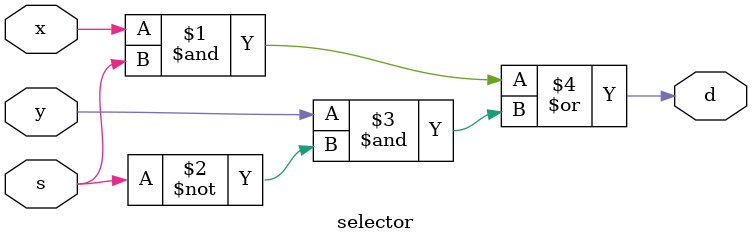
<source format=v>
module selector (x, y, s, d);
    input x, y, s;
    output d;

    assign d = (x & s) | (y & ~s);
endmodule

</source>
